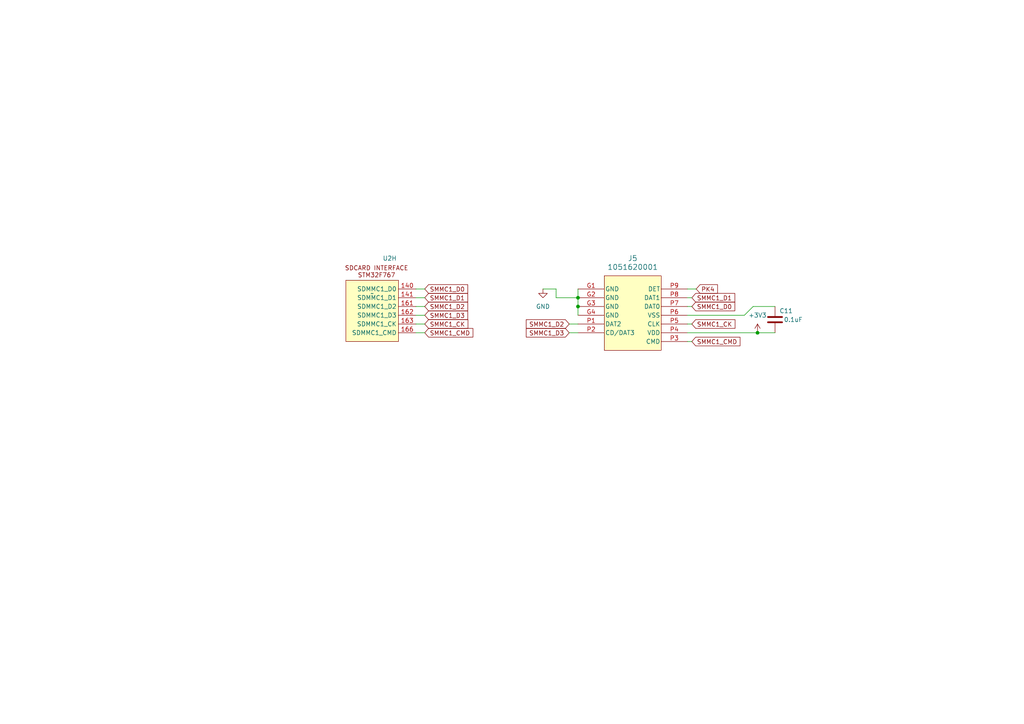
<source format=kicad_sch>
(kicad_sch (version 20230121) (generator eeschema)
  (paper "A4")
  (lib_symbols
    (symbol "Device:C" (pin_numbers hide) (pin_names (offset 0.254))
      (property "Reference" "C" (at 0.635 2.54 0))
      (property "Value" "C" (at 0.635 -2.54 0))
      (symbol "C_0_1"
        (polyline (pts (xy -2.032 -0.762) (xy 2.032 -0.762)) (stroke (width 0.508)))
        (polyline (pts (xy -2.032 0.762) (xy 2.032 0.762)) (stroke (width 0.508)))
      )
      (symbol "C_1_1"
        (pin passive line (at 0 3.81 270) (length 2.794) (name "~") (number "1"))
        (pin passive line (at 0 -3.81 90) (length 2.794) (name "~") (number "2"))
      )
    )
    (symbol "Local_symbols:1051620001" (pin_names (offset 0.254))
      (property "Reference" "J" (at 0 15.24 0))
      (property "Value" "1051620001" (at 0 12.7 0))
      (symbol "1051620001_0_1"
        (pin bidirectional line (at -16.51 -3.81 0) (length 7.62) (name "DAT2") (number "P1"))
        (pin power_in line (at 15.24 -6.35 180) (length 7.62) (name "VDD") (number "P4"))
        (pin power_out line (at 15.24 -1.27 180) (length 7.62) (name "VSS") (number "P6"))
        (pin bidirectional line (at 15.24 1.27 180) (length 7.62) (name "DAT0") (number "P7"))
        (pin bidirectional line (at 15.24 3.81 180) (length 7.62) (name "DAT1") (number "P8"))
      )
      (symbol "1051620001_1_1"
        (rectangle (start -8.89 10.16) (end 7.62 -11.43) (fill (type background)))
        (pin power_in line (at -16.51 6.35 0) (length 7.62) (name "GND") (number "G1"))
        (pin power_in line (at -16.51 3.81 0) (length 7.62) (name "GND") (number "G2"))
        (pin power_in line (at -16.51 1.27 0) (length 7.62) (name "GND") (number "G3"))
        (pin power_in line (at -16.51 -1.27 0) (length 7.62) (name "GND") (number "G4"))
        (pin bidirectional line (at -16.51 -6.35 0) (length 7.62) (name "CD/DAT3") (number "P2"))
        (pin input line (at 15.24 -8.89 180) (length 7.62) (name "CMD") (number "P3"))
        (pin input line (at 15.24 -3.81 180) (length 7.62) (name "CLK") (number "P5"))
        (pin output line (at 15.24 6.35 180) (length 7.62) (name "DET") (number "P9"))
      )
    )
    (symbol "Local_symbols:STM32F767BGT6"
      (property "Reference" "U" (at -11.43 74.93 0))
      (symbol "STM32F767BGT6_1_1"
        (rectangle (start -15.24 35.56) (end 0 -26.67) (fill (type background)))
        (text "POWER BLOCK\nSTM32F767\n" (at 2.54 38.1 0) (effects (font (size 1.27 1.27))))
        (pin power_in line (at -20.32 -2.54 0) (length 5.08) (name "VDD") (number "103"))
        (pin power_in line (at 5.08 12.7 180) (length 5.08) (name "VSS") (number "114"))
        (pin power_in line (at -20.32 12.7 0) (length 5.08) (name "VDD") (number "115"))
        (pin power_in line (at -20.32 10.16 0) (length 5.08) (name "VDD") (number "124"))
        (pin power_in line (at 5.08 10.16 180) (length 5.08) (name "VSS") (number "125"))
        (pin power_in line (at 5.08 0 180) (length 5.08) (name "VSS") (number "136"))
        (pin power_in line (at -20.32 -12.7 0) (length 5.08) (name "VDDUSB") (number "137"))
        (pin power_in line (at 5.08 30.48 180) (length 5.08) (name "VSS") (number "14"))
        (pin passive line (at -7.62 -31.75 90) (length 5.08) (name "VCAP_2") (number "148"))
        (pin power_in line (at 5.08 7.62 180) (length 5.08) (name "VSS") (number "149"))
        (pin power_in line (at -17.78 30.48 0) (length 2.54) (name "VDD") (number "15"))
        (pin power_in line (at -20.32 7.62 0) (length 5.08) (name "VDD") (number "150"))
        (pin power_in line (at -20.32 -5.08 0) (length 5.08) (name "VDD") (number "158"))
        (pin power_in line (at 5.08 -2.54 180) (length 5.08) (name "VSS") (number "170"))
        (pin power_in line (at -20.32 -10.16 0) (length 5.08) (name "VDDSDMMC") (number "171"))
        (pin power_in line (at 5.08 5.08 180) (length 5.08) (name "VSS") (number "184"))
        (pin power_in line (at -20.32 5.08 0) (length 5.08) (name "VDD") (number "185"))
        (pin power_in line (at 5.08 2.54 180) (length 5.08) (name "VSS") (number "202"))
        (pin passive line (at -11.43 -31.75 90) (length 5.08) (name "PDRON") (number "203"))
        (pin power_in line (at -20.32 2.54 0) (length 5.08) (name "VDD") (number "204"))
        (pin power_in line (at 5.08 27.94 180) (length 5.08) (name "VSS") (number "25"))
        (pin power_in line (at -17.78 27.94 0) (length 2.54) (name "VDD") (number "26"))
        (pin power_in line (at -20.32 0 0) (length 5.08) (name "VDD") (number "39"))
        (pin power_in line (at 5.08 -7.62 180) (length 5.08) (name "VSSA") (number "40"))
        (pin power_in line (at -20.32 -17.78 0) (length 5.08) (name "VDDREF+") (number "41"))
        (pin power_in line (at -20.32 -15.24 0) (length 5.08) (name "VDDA") (number "42"))
        (pin power_in line (at 5.08 25.4 180) (length 5.08) (name "VSS") (number "51"))
        (pin power_in line (at -17.78 25.4 0) (length 2.54) (name "VDD") (number "52"))
        (pin power_in line (at -17.78 22.86 0) (length 2.54) (name "VDD") (number "59"))
        (pin power_in line (at -7.62 40.64 270) (length 5.08) (name "VBAT") (number "6"))
        (pin power_in line (at 5.08 22.86 180) (length 5.08) (name "VSS") (number "60"))
        (pin power_in line (at 5.08 20.32 180) (length 5.08) (name "VSS") (number "72"))
        (pin power_in line (at -17.78 20.32 0) (length 2.54) (name "VDD") (number "73"))
        (pin power_in line (at 5.08 17.78 180) (length 5.08) (name "VSS") (number "82"))
        (pin power_in line (at -17.78 17.78 0) (length 2.54) (name "VDD") (number "83"))
        (pin passive line (at -3.81 -31.75 90) (length 5.08) (name "VCAP_1") (number "92"))
        (pin power_in line (at 5.08 15.24 180) (length 5.08) (name "VSS") (number "93"))
        (pin power_in line (at -17.78 15.24 0) (length 2.54) (name "VDD") (number "94"))
      )
      (symbol "STM32F767BGT6_2_1"
        (rectangle (start -15.24 69.85) (end 7.62 -39.37) (fill (type background)))
        (text "SDRAM INTERFACE\nSTM32F767" (at -3.81 72.39 0) (effects (font (size 1.27 1.27))))
        (pin bidirectional line (at -20.32 64.77 0) (length 5.08) (name "FMC_A23") (number "1") (alternate "PE2" bidirectional line))
        (pin bidirectional line (at 12.7 31.75 180) (length 5.08) (name "FMC_D13") (number "108"))
        (pin bidirectional line (at 12.7 34.29 180) (length 5.08) (name "FMC_D14") (number "109"))
        (pin bidirectional line (at 12.7 36.83 180) (length 5.08) (name "FMC_D15") (number "110"))
        (pin bidirectional line (at -20.32 46.99 0) (length 5.08) (name "FMC_A16") (number "111") (alternate "PD11" bidirectional line))
        (pin bidirectional line (at -20.32 49.53 0) (length 5.08) (name "FMC_A17") (number "112") (alternate "PD12" bidirectional line))
        (pin bidirectional line (at -20.32 52.07 0) (length 5.08) (name "FMC_A18") (number "113") (alternate "PD13" bidirectional line))
        (pin bidirectional line (at 12.7 -1.27 180) (length 5.08) (name "FMC_D0") (number "116"))
        (pin bidirectional line (at 12.7 1.27 180) (length 5.08) (name "FMC_D1") (number "117"))
        (pin bidirectional line (at -20.32 36.83 0) (length 5.08) (name "FMC_A12") (number "129"))
        (pin bidirectional line (at -20.32 39.37 0) (length 5.08) (name "FMC_A13") (number "130") (alternate "PG3" bidirectional line))
        (pin bidirectional line (at -20.32 41.91 0) (length 5.08) (name "FMC_A14/FMC_BA0") (number "131"))
        (pin bidirectional line (at -20.32 44.45 0) (length 5.08) (name "FMC_A15/FMC_BA1") (number "132"))
        (pin bidirectional line (at -20.32 -35.56 0) (length 5.08) (name "FMC_SDCLK") (number "135"))
        (pin bidirectional line (at 12.7 -12.7 180) (length 5.08) (name "~{FMC_E1}") (number "139") (alternate "PC7" tri_state line))
        (pin bidirectional line (at -20.32 6.35 0) (length 5.08) (name "FMC_A0") (number "16"))
        (pin bidirectional line (at 12.7 3.81 180) (length 5.08) (name "FMC_D2") (number "164"))
        (pin bidirectional line (at 12.7 6.35 180) (length 5.08) (name "FMC_D3") (number "165"))
        (pin bidirectional line (at 12.7 -17.78 180) (length 5.08) (name "~{FMC_OE}") (number "168") (alternate "PD4" bidirectional line))
        (pin bidirectional line (at 12.7 -20.32 180) (length 5.08) (name "~{FMC_WE}") (number "169") (alternate "PD5" bidirectional line))
        (pin bidirectional line (at -20.32 8.89 0) (length 5.08) (name "FMC_A1") (number "17"))
        (pin bidirectional line (at -20.32 11.43 0) (length 5.08) (name "FMC_A2") (number "18"))
        (pin bidirectional line (at -20.32 67.31 0) (length 5.08) (name "FMC_A24") (number "182") (alternate "PG13" bidirectional line))
        (pin bidirectional line (at -20.32 -22.86 0) (length 5.08) (name "~{FMC_SDCAS}") (number "191"))
        (pin bidirectional line (at 12.7 -15.24 180) (length 5.08) (name "~{FMC_L}") (number "196") (alternate "PB7" bidirectional line))
        (pin bidirectional line (at -20.32 54.61 0) (length 5.08) (name "FMC_A19") (number "2") (alternate "PE3" bidirectional line))
        (pin bidirectional line (at -20.32 -15.24 0) (length 5.08) (name "~{FMC_BL0}") (number "200"))
        (pin bidirectional line (at -20.32 -12.7 0) (length 5.08) (name "~{FMC_BL1}") (number "201"))
        (pin bidirectional line (at -20.32 13.97 0) (length 5.08) (name "FMC_A3") (number "22"))
        (pin bidirectional line (at -20.32 16.51 0) (length 5.08) (name "FMC_A4") (number "23"))
        (pin bidirectional line (at -20.32 19.05 0) (length 5.08) (name "FMC_A5") (number "24"))
        (pin bidirectional line (at -20.32 57.15 0) (length 5.08) (name "FMC_A20") (number "3") (alternate "PE4" bidirectional line))
        (pin bidirectional line (at -20.32 -20.32 0) (length 5.08) (name "~{FMC_SDWE}") (number "35"))
        (pin bidirectional line (at -20.32 0 0) (length 5.08) (name "~{FMC_SDE0}") (number "37"))
        (pin bidirectional line (at -20.32 -33.02 0) (length 5.08) (name "FMC_SDCKE0") (number "38"))
        (pin bidirectional line (at -20.32 59.69 0) (length 5.08) (name "FMC_A21") (number "4") (alternate "PE5" bidirectional line))
        (pin bidirectional line (at -20.32 62.23 0) (length 5.08) (name "FMC_A22") (number "5") (alternate "PE6" bidirectional line))
        (pin bidirectional line (at -20.32 -25.4 0) (length 5.08) (name "~{FMC_SDRAS}") (number "70"))
        (pin bidirectional line (at -20.32 21.59 0) (length 5.08) (name "FMC_A6") (number "71"))
        (pin bidirectional line (at -20.32 24.13 0) (length 5.08) (name "FMC_A7") (number "74"))
        (pin bidirectional line (at -20.32 26.67 0) (length 5.08) (name "FMC_A8") (number "75"))
        (pin bidirectional line (at -20.32 29.21 0) (length 5.08) (name "FMC_A9") (number "76"))
        (pin bidirectional line (at -20.32 31.75 0) (length 5.08) (name "FMC_A10") (number "77"))
        (pin bidirectional line (at -20.32 34.29 0) (length 5.08) (name "FMC_A11") (number "78"))
        (pin bidirectional line (at 12.7 8.89 180) (length 5.08) (name "FMC_D4") (number "79"))
        (pin bidirectional line (at 12.7 11.43 180) (length 5.08) (name "FMC_D5") (number "80"))
        (pin bidirectional line (at 12.7 13.97 180) (length 5.08) (name "FMC_D6") (number "81"))
        (pin bidirectional line (at 12.7 16.51 180) (length 5.08) (name "FMC_D7") (number "84"))
        (pin bidirectional line (at 12.7 19.05 180) (length 5.08) (name "FMC_D8") (number "85"))
        (pin bidirectional line (at 12.7 21.59 180) (length 5.08) (name "FMC_D9") (number "86"))
        (pin bidirectional line (at 12.7 24.13 180) (length 5.08) (name "FMC_D10") (number "87"))
        (pin bidirectional line (at 12.7 26.67 180) (length 5.08) (name "FMC_D11") (number "88"))
        (pin bidirectional line (at 12.7 29.21 180) (length 5.08) (name "FMC_D12") (number "89"))
        (pin bidirectional line (at -20.32 -2.54 0) (length 5.08) (name "~{FMC_SDE1}") (number "96") (alternate "PH6" bidirectional line))
        (pin bidirectional line (at -20.32 -30.48 0) (length 5.08) (name "FMC_SDCKE1") (number "97") (alternate "PH7" bidirectional line))
      )
      (symbol "STM32F767BGT6_3_1"
        (rectangle (start -16.51 8.89) (end 2.54 -12.7) (fill (type background)))
        (text "QUAD_SPI\nSTM32F767" (at -7.62 11.43 0) (effects (font (size 1.27 1.27))))
        (pin bidirectional line (at -21.59 -2.54 0) (length 5.08) (name "QUADSPI_BK1_IO3") (number "27"))
        (pin bidirectional line (at -21.59 0 0) (length 5.08) (name "QUADSPI_BK1_IO2") (number "28"))
        (pin bidirectional line (at -21.59 5.08 0) (length 5.08) (name "QUADSPI_BK1_IO0") (number "29"))
        (pin bidirectional line (at -21.59 2.54 0) (length 5.08) (name "QUADSPI_BK1_IO1") (number "30"))
        (pin bidirectional line (at -21.59 -7.62 0) (length 5.08) (name "QUADSPI_CLK") (number "31"))
        (pin bidirectional line (at -21.59 -10.16 0) (length 5.08) (name "~{QUADSPI_BK1_CS}") (number "90"))
      )
      (symbol "STM32F767BGT6_4_1"
        (rectangle (start -11.43 7.62) (end 5.08 -11.43) (fill (type background)))
        (text "CLOCK INTERFACE\nSTM32F767" (at -7.62 11.43 0) (effects (font (size 1.27 1.27))))
        (pin output line (at -16.51 5.08 0) (length 5.08) (name "RCC_OSC32_OUT") (number "10"))
        (pin input line (at -16.51 -2.54 0) (length 5.08) (name "RCC_OSC_IN") (number "32"))
        (pin output line (at -16.51 -5.08 0) (length 5.08) (name "RCC_OSC_OUT") (number "33"))
        (pin input line (at -16.51 -8.89 0) (length 5.08) (name "~{RESET}") (number "34"))
        (pin input line (at -16.51 2.54 0) (length 5.08) (name "RCC_OSC32_IN") (number "9"))
      )
      (symbol "STM32F767BGT6_5_1"
        (rectangle (start -6.35 8.89) (end 6.35 -11.43) (fill (type background)))
        (text "JTAG INTERFACE\nSTM32F767" (at 0 11.43 0) (effects (font (size 1.27 1.27))))
        (pin bidirectional line (at -11.43 6.35 0) (length 5.08) (name "TMS_SWDIO") (number "147"))
        (pin input line (at -11.43 3.81 0) (length 5.08) (name "TCK_SWCLK") (number "159"))
        (pin input line (at -11.43 -1.27 0) (length 5.08) (name "TDI") (number "160"))
        (pin bidirectional line (at -11.43 1.27 0) (length 5.08) (name "TDO_SW0") (number "192"))
        (pin input line (at -11.43 -3.81 0) (length 5.08) (name "TRST") (number "193"))
        (pin input line (at -11.43 -8.89 0) (length 5.08) (name "BOOT0") (number "197"))
      )
      (symbol "STM32F767BGT6_6_1"
        (rectangle (start -8.89 12.7) (end 8.89 -25.4) (fill (type background)))
        (text "ETHERNET INTERFACE\nSTM32F767" (at 0 15.24 0) (effects (font (size 1.27 1.27))))
        (pin output line (at -13.97 5.08 0) (length 5.08) (name "ETH_TXD0") (number "104"))
        (pin output line (at -13.97 2.54 0) (length 5.08) (name "ETH_TXD1") (number "105"))
        (pin output line (at -13.97 -17.78 0) (length 5.08) (name "ETH_MDC") (number "36"))
        (pin input line (at -13.97 -12.7 0) (length 5.08) (name "ETH_REF_CLK") (number "44"))
        (pin bidirectional line (at -13.97 -20.32 0) (length 5.08) (name "ETH_MDIO") (number "45"))
        (pin output line (at -13.97 -10.16 0) (length 5.08) (name "ETH_CRS_DV") (number "56"))
        (pin input line (at -13.97 -2.54 0) (length 5.08) (name "ETH_RXD0") (number "57"))
        (pin input line (at -13.97 -5.08 0) (length 5.08) (name "ETH_RXD1") (number "58"))
        (pin output line (at -13.97 8.89 0) (length 5.08) (name "ETH_TX_EN") (number "91"))
      )
      (symbol "STM32F767BGT6_7_1"
        (rectangle (start -15.24 35.56) (end 0 -53.34) (fill (type background)))
        (text "LCD INTERFACE\nSTM32F767\n" (at -7.62 38.1 0) (effects (font (size 1.27 1.27))))
        (pin output line (at 5.08 27.94 180) (length 5.08) (name "LCD_VSYNC") (number "11"))
        (pin output line (at 5.08 25.4 180) (length 5.08) (name "LCD_HSYNC") (number "12"))
        (pin output line (at 5.08 -17.78 180) (length 5.08) (name "LCD_G3") (number "122"))
        (pin output line (at 5.08 -15.24 180) (length 5.08) (name "LCD_G4") (number "123"))
        (pin output line (at 5.08 -7.62 180) (length 5.08) (name "LCD_G7") (number "128"))
        (pin output line (at 5.08 -10.16 180) (length 5.08) (name "LCD_G6") (number "13"))
        (pin output line (at 5.08 2.54 180) (length 5.08) (name "LCD_B2") (number "172"))
        (pin output line (at 5.08 -2.54 180) (length 5.08) (name "LCD_B0") (number "174"))
        (pin output line (at 5.08 0 180) (length 5.08) (name "LCD_B1") (number "175"))
        (pin output line (at 5.08 5.08 180) (length 5.08) (name "LCD_B3") (number "177"))
        (pin output line (at 5.08 7.62 180) (length 5.08) (name "LCD_B4") (number "181"))
        (pin output line (at 5.08 12.7 180) (length 5.08) (name "LCD_B6") (number "188"))
        (pin output line (at 5.08 15.24 180) (length 5.08) (name "LCD_B7") (number "189"))
        (pin output line (at 5.08 30.48 180) (length 5.08) (name "LCD_DE") (number "190"))
        (pin output line (at 5.08 22.86 180) (length 5.08) (name "LCD_CLK") (number "21"))
        (pin output line (at 5.08 -49.53 180) (length 5.08) (name "LCD_R0") (number "46"))
        (pin output line (at 5.08 -46.99 180) (length 5.08) (name "LCD_R1") (number "47"))
        (pin output line (at 5.08 -12.7 180) (length 5.08) (name "LCD_G5") (number "48"))
        (pin output line (at 5.08 10.16 180) (length 5.08) (name "LCD_B5") (number "50"))
        (pin output line (at 5.08 -39.37 180) (length 5.08) (name "LCD_R4") (number "54"))
        (pin output line (at 5.08 -20.32 180) (length 5.08) (name "LCD_G2") (number "55"))
        (pin output line (at 5.08 -22.86 180) (length 5.08) (name "LCD_G1") (number "61"))
        (pin output line (at 5.08 -25.4 180) (length 5.08) (name "LCD_G0") (number "62"))
        (pin output line (at 5.08 -31.75 180) (length 5.08) (name "LCD_R7") (number "65"))
        (pin output line (at 5.08 -44.45 180) (length 5.08) (name "LCD_R2") (number "66"))
        (pin output line (at 5.08 -41.91 180) (length 5.08) (name "LCD_R3") (number "67"))
        (pin output line (at 5.08 -36.83 180) (length 5.08) (name "LCD_R5") (number "69"))
        (pin output line (at 5.08 -34.29 180) (length 5.08) (name "LCD_R6") (number "95"))
      )
      (symbol "STM32F767BGT6_8_1"
        (rectangle (start -11.43 2.54) (end 3.81 -15.24) (fill (type background)))
        (text "SDCARD INTERFACE\nSTM32F767" (at -2.54 5.08 0) (effects (font (size 1.27 1.27))))
        (pin bidirectional line (at 8.89 0 180) (length 5.08) (name "SDMMC1_D0") (number "140"))
        (pin bidirectional line (at 8.89 -2.54 180) (length 5.08) (name "SDMMC1_D1") (number "141"))
        (pin bidirectional line (at 8.89 -5.08 180) (length 5.08) (name "SDMMC1_D2") (number "161"))
        (pin bidirectional line (at 8.89 -7.62 180) (length 5.08) (name "SDMMC1_D3") (number "162"))
        (pin bidirectional line (at 8.89 -10.16 180) (length 5.08) (name "SDMMC1_CK") (number "163"))
        (pin bidirectional line (at 8.89 -12.7 180) (length 5.08) (name "SDMMC1_CMD") (number "166"))
      )
      (symbol "STM32F767BGT6_9_1"
        (rectangle (start -13.97 7.62) (end 5.08 -10.16) (fill (type background)))
        (text "USB INTERFACE\nSTM32F767" (at -2.54 10.16 0) (effects (font (size 1.27 1.27))))
        (pin bidirectional line (at 10.16 -3.81 180) (length 5.08) (name "USB_OTG_FS_SOF") (number "142"))
        (pin bidirectional line (at 10.16 -6.35 180) (length 5.08) (name "USB_OTG_FS_VBUS") (number "143"))
        (pin bidirectional line (at 10.16 3.81 180) (length 5.08) (name "USB_OTG_FS_ID") (number "144"))
        (pin bidirectional line (at 10.16 1.27 180) (length 5.08) (name "USB_OTG_FS_DM") (number "145"))
        (pin bidirectional line (at 10.16 -1.27 180) (length 5.08) (name "USB_OTG_FS_DP") (number "146"))
      )
      (symbol "STM32F767BGT6_10_1"
        (rectangle (start -15.24 35.56) (end -2.54 -52.07) (fill (type background)))
        (text "POWER BLOCK\nSTM32F767\n" (at 2.54 38.1 0) (effects (font (size 1.27 1.27))))
        (pin bidirectional line (at 2.54 -3.81 180) (length 5.08) (name "PH10") (number "100"))
        (pin bidirectional line (at 2.54 -6.35 180) (length 5.08) (name "PH11") (number "101"))
        (pin bidirectional line (at 2.54 -8.89 180) (length 5.08) (name "PH12") (number "102"))
        (pin bidirectional line (at -20.32 7.62 0) (length 5.08) (name "PB14") (number "106"))
        (pin bidirectional line (at -20.32 5.08 0) (length 5.08) (name "PB15") (number "107"))
        (pin bidirectional line (at 2.54 -24.13 180) (length 5.08) (name "PJ6") (number "118"))
        (pin bidirectional line (at 2.54 -26.67 180) (length 5.08) (name "PJ7") (number "119"))
        (pin bidirectional line (at 2.54 -29.21 180) (length 5.08) (name "PJ8") (number "120"))
        (pin bidirectional line (at 2.54 -31.75 180) (length 5.08) (name "PJ9") (number "121"))
        (pin bidirectional line (at 2.54 -39.37 180) (length 5.08) (name "PK0") (number "126"))
        (pin bidirectional line (at 2.54 -41.91 180) (length 5.08) (name "PK1") (number "127"))
        (pin bidirectional line (at 2.54 22.86 180) (length 5.08) (name "PG6") (number "133"))
        (pin bidirectional line (at 2.54 20.32 180) (length 5.08) (name "PG7") (number "134"))
        (pin bidirectional line (at -20.32 0 0) (length 5.08) (name "PC6") (number "138"))
        (pin bidirectional line (at 2.54 -11.43 180) (length 5.08) (name "PH13") (number "151"))
        (pin bidirectional line (at 2.54 -13.97 180) (length 5.08) (name "PH14") (number "152"))
        (pin bidirectional line (at 2.54 -16.51 180) (length 5.08) (name "PH15") (number "153"))
        (pin bidirectional line (at -20.32 -13.97 0) (length 5.08) (name "PI0") (number "154"))
        (pin bidirectional line (at -20.32 -16.51 0) (length 5.08) (name "PI1") (number "155"))
        (pin bidirectional line (at -20.32 -19.05 0) (length 5.08) (name "PI2") (number "156"))
        (pin bidirectional line (at -20.32 -21.59 0) (length 5.08) (name "PI3") (number "157"))
        (pin bidirectional line (at -20.32 -6.35 0) (length 5.08) (name "PD3") (number "167"))
        (pin bidirectional line (at -20.32 -8.89 0) (length 5.08) (name "PD7") (number "173"))
        (pin bidirectional line (at 2.54 -34.29 180) (length 5.08) (name "PJ14") (number "176"))
        (pin bidirectional line (at 2.54 17.78 180) (length 5.08) (name "PG9") (number "178"))
        (pin bidirectional line (at 2.54 15.24 180) (length 5.08) (name "PG10") (number "179"))
        (pin bidirectional line (at 2.54 12.7 180) (length 5.08) (name "PG11") (number "180"))
        (pin bidirectional line (at 2.54 10.16 180) (length 5.08) (name "PG14") (number "183"))
        (pin bidirectional line (at 2.54 -44.45 180) (length 5.08) (name "PK3") (number "186"))
        (pin bidirectional line (at 2.54 -46.99 180) (length 5.08) (name "PK4") (number "187"))
        (pin bidirectional line (at -20.32 -36.83 0) (length 5.08) (name "PI12") (number "19"))
        (pin bidirectional line (at -20.32 20.32 0) (length 5.08) (name "PB5") (number "194"))
        (pin bidirectional line (at -20.32 17.78 0) (length 5.08) (name "PB6") (number "195"))
        (pin bidirectional line (at -20.32 12.7 0) (length 5.08) (name "PB8") (number "198"))
        (pin bidirectional line (at -20.32 10.16 0) (length 5.08) (name "PB9") (number "199"))
        (pin bidirectional line (at -20.32 -39.37 0) (length 5.08) (name "PI13") (number "20"))
        (pin bidirectional line (at -20.32 -24.13 0) (length 5.08) (name "PI4") (number "205"))
        (pin bidirectional line (at -20.32 -26.67 0) (length 5.08) (name "PI5") (number "206"))
        (pin bidirectional line (at -20.32 -29.21 0) (length 5.08) (name "PI6") (number "207"))
        (pin bidirectional line (at -20.32 -31.75 0) (length 5.08) (name "PI7") (number "208"))
        (pin bidirectional line (at -20.32 30.48 0) (length 5.08) (name "PA0/WKUP") (number "43"))
        (pin bidirectional line (at 2.54 3.81 180) (length 5.08) (name "PH5") (number "49"))
        (pin bidirectional line (at -20.32 27.94 0) (length 5.08) (name "PA4") (number "53"))
        (pin bidirectional line (at -20.32 22.86 0) (length 5.08) (name "PB2") (number "63"))
        (pin bidirectional line (at -20.32 -41.91 0) (length 5.08) (name "PI15") (number "64"))
        (pin bidirectional line (at 2.54 -21.59 180) (length 5.08) (name "PJ3") (number "68"))
        (pin bidirectional line (at -20.32 -34.29 0) (length 5.08) (name "PI8") (number "7"))
        (pin bidirectional line (at -20.32 -2.54 0) (length 5.08) (name "PC13") (number "8"))
        (pin bidirectional line (at 2.54 1.27 180) (length 5.08) (name "PH8") (number "98"))
        (pin bidirectional line (at 2.54 -1.27 180) (length 5.08) (name "PH9") (number "99"))
      )
    )
    (symbol "power:+3V3" (power) (pin_names (offset 0))
      (property "Value" "+3V3" (at 0 3.556 0))
      (symbol "+3V3_0_1"
        (polyline (pts (xy -0.762 1.27) (xy 0 2.54)))
        (polyline (pts (xy 0 0) (xy 0 2.54)))
        (polyline (pts (xy 0 2.54) (xy 0.762 1.27)))
      )
      (symbol "+3V3_1_1"
        (pin power_in line (at 0 0 90) (length 0) hide (name "+3V3") (number "1"))
      )
    )
    (symbol "power:GND" (power) (pin_names (offset 0))
      (property "Value" "GND" (at 0 -3.81 0))
      (symbol "GND_0_1"
        (polyline (pts (xy 0 0) (xy 0 -1.27) (xy 1.27 -1.27) (xy 0 -2.54) (xy -1.27 -1.27) (xy 0 -1.27)))
      )
      (symbol "GND_1_1"
        (pin power_in line (at 0 0 270) (length 0) hide (name "GND") (number "1"))
      )
    )
  )
  (junction (at 167.64 88.9))
  (junction (at 219.71 96.52))
  (junction (at 167.64 86.36))
  (wire (pts (xy 165.1 93.98) (xy 167.64 93.98)))
  (wire (pts (xy 123.19 86.36) (xy 120.65 86.36)))
  (wire (pts (xy 200.66 93.98) (xy 199.39 93.98)))
  (wire (pts (xy 167.64 83.82) (xy 167.64 86.36)))
  (wire (pts (xy 200.66 88.9) (xy 199.39 88.9)))
  (wire (pts (xy 215.9 91.44) (xy 218.44 88.9)))
  (wire (pts (xy 123.19 83.82) (xy 120.65 83.82)))
  (wire (pts (xy 123.19 88.9) (xy 120.65 88.9)))
  (wire (pts (xy 218.44 88.9) (xy 224.79 88.9)))
  (wire (pts (xy 219.71 96.52) (xy 224.79 96.52)))
  (wire (pts (xy 199.39 91.44) (xy 215.9 91.44)))
  (wire (pts (xy 199.39 96.52) (xy 219.71 96.52)))
  (wire (pts (xy 199.39 83.82) (xy 201.93 83.82)))
  (wire (pts (xy 167.64 88.9) (xy 167.64 91.44)))
  (wire (pts (xy 157.48 83.82) (xy 161.29 83.82)))
  (wire (pts (xy 167.64 86.36) (xy 167.64 88.9)))
  (wire (pts (xy 165.1 96.52) (xy 167.64 96.52)))
  (wire (pts (xy 200.66 86.36) (xy 199.39 86.36)))
  (wire (pts (xy 161.29 83.82) (xy 161.29 86.36)))
  (wire (pts (xy 123.19 96.52) (xy 120.65 96.52)))
  (wire (pts (xy 161.29 86.36) (xy 167.64 86.36)))
  (wire (pts (xy 200.66 99.06) (xy 199.39 99.06)))
  (wire (pts (xy 123.19 91.44) (xy 120.65 91.44)))
  (wire (pts (xy 123.19 93.98) (xy 120.65 93.98)))
  (global_label "SMMC1_CK" (shape input) (at 123.19 93.98 0) (property "Intersheetrefs" "${INTERSHEET_REFS}" (effects hide)))
  (global_label "SMMC1_CMD" (shape input) (at 123.19 96.52 0) (property "Intersheetrefs" "${INTERSHEET_REFS}" (effects hide)))
  (global_label "SMMC1_CMD" (shape input) (at 200.66 99.06 0) (property "Intersheetrefs" "${INTERSHEET_REFS}" (effects hide)))
  (global_label "SMMC1_D3" (shape input) (at 123.19 91.44 0) (property "Intersheetrefs" "${INTERSHEET_REFS}" (effects hide)))
  (global_label "SMMC1_CK" (shape input) (at 200.66 93.98 0) (property "Intersheetrefs" "${INTERSHEET_REFS}" (effects hide)))
  (global_label "SMMC1_D3" (shape input) (at 165.1 96.52 180) (property "Intersheetrefs" "${INTERSHEET_REFS}" (effects hide)))
  (global_label "SMMC1_D1" (shape input) (at 200.66 86.36 0) (property "Intersheetrefs" "${INTERSHEET_REFS}" (effects hide)))
  (global_label "SMMC1_D2" (shape input) (at 123.19 88.9 0) (property "Intersheetrefs" "${INTERSHEET_REFS}" (effects hide)))
  (global_label "SMMC1_D2" (shape input) (at 165.1 93.98 180) (property "Intersheetrefs" "${INTERSHEET_REFS}" (effects hide)))
  (global_label "PK4" (shape input) (at 201.93 83.82 0) (property "Intersheetrefs" "${INTERSHEET_REFS}" (effects hide)))
  (global_label "SMMC1_D0" (shape input) (at 123.19 83.82 0) (property "Intersheetrefs" "${INTERSHEET_REFS}" (effects hide)))
  (global_label "SMMC1_D1" (shape input) (at 123.19 86.36 0) (property "Intersheetrefs" "${INTERSHEET_REFS}" (effects hide)))
  (global_label "SMMC1_D0" (shape input) (at 200.66 88.9 0) (property "Intersheetrefs" "${INTERSHEET_REFS}" (effects hide)))
  (symbol (lib_id "Local_symbols:1051620001") (at 184.15 90.17 0) (unit 1)
    (property "Reference" "J5" (at 183.515 74.93 0) (effects (font (size 1.524 1.524))))
    (property "Value" "1051620001" (at 183.515 77.47 0) (effects (font (size 1.524 1.524))))
    (property "Footprint" "Local_Footprints:105162-0001_MOL" (effects hide))
    (property "Datasheet" "1051620001" (effects hide))
  )
  (symbol (lib_id "Device:C") (at 224.79 92.71 0) (unit 1)
    (property "Reference" "C11" (at 226.06 90.17 0) (effects (justify left)))
    (property "Value" "0.1uF" (at 227.33 92.71 0) (effects (justify left)))
    (property "Footprint" "Capacitor_SMD:C_0402_1005Metric_Pad0.74x0.62mm_HandSolder" (effects hide))
    (instances (project "stm32f767-som" (path "" (reference "C11") (unit 1)) (path "" (reference "C2") (unit 1)) (path "" (reference "C4") (unit 1))))
  )
  (symbol (lib_id "power:+3V3") (at 219.71 96.52 0) (unit 1)
    (property "Reference" "#PWR031" (effects hide))
    (property "Value" "+3V3" (at 219.71 91.44 0))
  )
  (symbol (lib_id "Local_symbols:STM32F767BGT6") (at 111.76 83.82 0) (unit 8)
    (property "Reference" "U2" (at 113.03 74.93 0))
    (property "Value" "~" (at 107.95 85.09 0))
    (property "Footprint" "Local_Footprints:LQFP-208_STM" (effects hide))
    (pin "1" (alternate "PE2"))
    (pin "111" (alternate "PD11"))
    (pin "112" (alternate "PD12"))
    (pin "113" (alternate "PD13"))
    (pin "130" (alternate "PG3"))
    (pin "139" (alternate "PC7"))
    (pin "168" (alternate "PD4"))
    (pin "169" (alternate "PD5"))
    (pin "182" (alternate "PG13"))
    (pin "196" (alternate "PB7"))
    (pin "2" (alternate "PE3"))
    (pin "3" (alternate "PE4"))
    (pin "4" (alternate "PE5"))
    (pin "5" (alternate "PE6"))
    (pin "96" (alternate "PH6"))
    (pin "97" (alternate "PH7"))
  )
  (symbol (lib_id "power:GND") (at 157.48 83.82 0) (unit 1)
    (property "Reference" "#PWR016" (effects hide))
    (property "Value" "GND" (at 157.48 88.9 0))
  )
)
</source>
